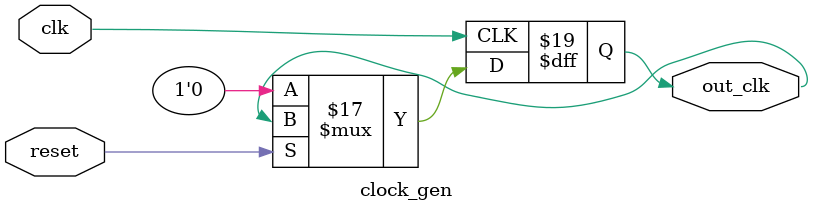
<source format=v>
module clock_gen(
		input 	clk,
		input 	reset,
		output reg 	out_clk
);
reg clk_counter = 0;

always@(posedge clk)
begin
	if(!reset)
		out_clk <= 0;
	else
	begin
		if(clk_counter == 49999)
          begin
			out_clk 	<= ~out_clk;
			clk_counter 	<= 0;
          end
		else
			clk_counter 	<= clk_counter + 1;
	end
end
endmodule

</source>
